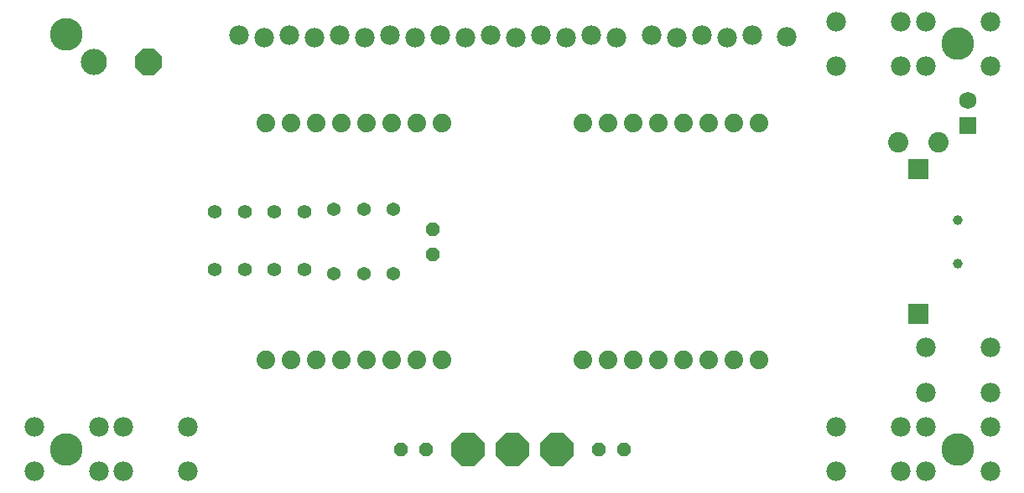
<source format=gts>
G75*
G70*
%OFA0B0*%
%FSLAX24Y24*%
%IPPOS*%
%LPD*%
%AMOC8*
5,1,8,0,0,1.08239X$1,22.5*
%
%ADD10C,0.1300*%
%ADD11C,0.0740*%
%ADD12R,0.0800X0.0800*%
%ADD13C,0.0690*%
%ADD14R,0.0690X0.0690*%
%ADD15OC8,0.1040*%
%ADD16C,0.1040*%
%ADD17C,0.0394*%
%ADD18C,0.0540*%
%ADD19OC8,0.1306*%
%ADD20OC8,0.0560*%
%ADD21C,0.0808*%
%ADD22C,0.0780*%
%ADD23C,0.0560*%
D10*
X002069Y001675D03*
X002069Y018210D03*
X037502Y017817D03*
X037502Y001675D03*
D11*
X029584Y005218D03*
X028584Y005218D03*
X027584Y005218D03*
X026584Y005218D03*
X025584Y005218D03*
X024584Y005218D03*
X023584Y005218D03*
X022584Y005218D03*
X016986Y005218D03*
X015986Y005218D03*
X014986Y005218D03*
X013986Y005218D03*
X012986Y005218D03*
X011986Y005218D03*
X010986Y005218D03*
X009986Y005218D03*
X009986Y014667D03*
X010986Y014667D03*
X011986Y014667D03*
X012986Y014667D03*
X013986Y014667D03*
X014986Y014667D03*
X015986Y014667D03*
X016986Y014667D03*
X022584Y014667D03*
X023584Y014667D03*
X024584Y014667D03*
X025584Y014667D03*
X026584Y014667D03*
X027584Y014667D03*
X028584Y014667D03*
X029584Y014667D03*
D12*
X035927Y012818D03*
X035927Y007068D03*
D13*
X037895Y015561D03*
D14*
X037895Y014561D03*
D15*
X005336Y017092D03*
D16*
X003155Y017092D03*
D17*
X037502Y010809D03*
X037502Y009076D03*
D18*
X015061Y008663D03*
X013880Y008663D03*
X012698Y008663D03*
X012698Y011222D03*
X013880Y011222D03*
X015061Y011222D03*
D19*
X018013Y001675D03*
X019785Y001675D03*
X021557Y001675D03*
D20*
X023222Y001675D03*
X024222Y001675D03*
X016348Y001675D03*
X015348Y001675D03*
X016635Y009443D03*
X016635Y010443D03*
D21*
X035139Y013880D03*
X036714Y013880D03*
D22*
X000789Y000785D03*
X003349Y000785D03*
X004332Y000785D03*
X006892Y000785D03*
X006892Y002565D03*
X004332Y002565D03*
X003349Y002565D03*
X000789Y002565D03*
X009919Y018050D03*
X008919Y018150D03*
X010919Y018150D03*
X011919Y018050D03*
X012919Y018150D03*
X013919Y018050D03*
X014919Y018150D03*
X015919Y018050D03*
X016919Y018150D03*
X017919Y018050D03*
X018919Y018150D03*
X019919Y018050D03*
X020919Y018150D03*
X021919Y018050D03*
X022919Y018150D03*
X023919Y018050D03*
X025313Y018150D03*
X026313Y018050D03*
X027313Y018150D03*
X028313Y018050D03*
X029313Y018150D03*
X030706Y018100D03*
X032678Y018707D03*
X035238Y018707D03*
X036222Y018707D03*
X038782Y018707D03*
X038782Y016927D03*
X036222Y016927D03*
X035238Y016927D03*
X032678Y016927D03*
X036222Y005714D03*
X038782Y005714D03*
X038782Y003934D03*
X038782Y002565D03*
X036222Y002565D03*
X035238Y002565D03*
X036222Y003934D03*
X032678Y002565D03*
X032678Y000785D03*
X035238Y000785D03*
X036222Y000785D03*
X038782Y000785D03*
D23*
X011517Y008836D03*
X010336Y008836D03*
X009155Y008836D03*
X007974Y008836D03*
X007974Y011124D03*
X009155Y011124D03*
X010336Y011124D03*
X011517Y011124D03*
M02*

</source>
